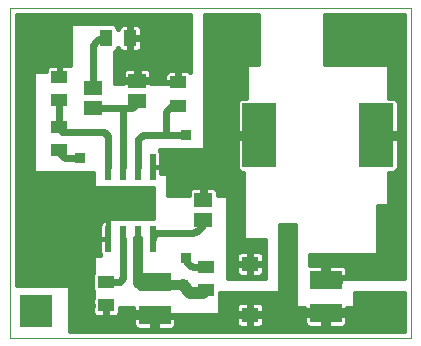
<source format=gtl>
G75*
%MOIN*%
%OFA0B0*%
%FSLAX25Y25*%
%IPPOS*%
%LPD*%
%AMOC8*
5,1,8,0,0,1.08239X$1,22.5*
%
%ADD10C,0.00000*%
%ADD11R,0.10630X0.06299*%
%ADD12R,0.05906X0.05118*%
%ADD13R,0.05787X0.05000*%
%ADD14R,0.11417X0.21260*%
%ADD15R,0.05512X0.04331*%
%ADD16R,0.04331X0.05512*%
%ADD17R,0.01969X0.08661*%
%ADD18C,0.02400*%
%ADD19R,0.03169X0.03169*%
%ADD20C,0.01600*%
%ADD21R,0.03562X0.03562*%
%ADD22R,0.10630X0.10630*%
%ADD23C,0.04000*%
%ADD24C,0.03200*%
D10*
X0004162Y0004162D02*
X0004162Y0114123D01*
X0137863Y0114123D01*
X0137863Y0004162D01*
X0004162Y0004162D01*
D11*
X0052391Y0011839D03*
X0052391Y0022863D03*
X0109359Y0023532D03*
X0109359Y0012509D03*
D12*
X0068611Y0043316D03*
X0068611Y0050009D03*
X0031662Y0080816D03*
X0031662Y0087509D03*
X0046524Y0089871D03*
X0046524Y0083178D03*
D13*
X0084162Y0028729D03*
X0084162Y0011800D03*
D14*
X0087174Y0071662D03*
X0126150Y0071662D03*
D15*
X0069438Y0027824D03*
X0069438Y0019950D03*
X0036170Y0022824D03*
X0036170Y0014950D03*
X0020619Y0066682D03*
X0020619Y0074556D03*
X0020619Y0083276D03*
X0020619Y0091150D03*
X0060206Y0089280D03*
X0060206Y0081406D03*
D16*
X0044143Y0104024D03*
X0036269Y0104024D03*
D17*
X0036702Y0061162D03*
X0041702Y0061162D03*
X0046702Y0061162D03*
X0051662Y0061162D03*
X0051662Y0037162D03*
X0046662Y0037162D03*
X0041662Y0037162D03*
X0036662Y0037162D03*
D18*
X0041662Y0037162D02*
X0041662Y0024162D01*
X0041663Y0024162D02*
X0041661Y0024090D01*
X0041655Y0024017D01*
X0041645Y0023945D01*
X0041632Y0023874D01*
X0041614Y0023804D01*
X0041593Y0023734D01*
X0041568Y0023666D01*
X0041539Y0023600D01*
X0041507Y0023535D01*
X0041471Y0023472D01*
X0041432Y0023411D01*
X0041390Y0023352D01*
X0041345Y0023295D01*
X0041296Y0023241D01*
X0041245Y0023190D01*
X0041191Y0023141D01*
X0041134Y0023096D01*
X0041075Y0023054D01*
X0041014Y0023015D01*
X0040951Y0022979D01*
X0040886Y0022947D01*
X0040820Y0022918D01*
X0040752Y0022893D01*
X0040682Y0022872D01*
X0040612Y0022854D01*
X0040541Y0022841D01*
X0040469Y0022831D01*
X0040396Y0022825D01*
X0040324Y0022823D01*
X0040324Y0022824D02*
X0036170Y0022824D01*
X0051662Y0037162D02*
X0051664Y0037249D01*
X0051670Y0037336D01*
X0051679Y0037423D01*
X0051692Y0037509D01*
X0051709Y0037595D01*
X0051730Y0037680D01*
X0051755Y0037763D01*
X0051783Y0037846D01*
X0051814Y0037927D01*
X0051849Y0038007D01*
X0051888Y0038085D01*
X0051930Y0038162D01*
X0051975Y0038237D01*
X0052024Y0038309D01*
X0052075Y0038380D01*
X0052130Y0038448D01*
X0052187Y0038513D01*
X0052248Y0038576D01*
X0052311Y0038637D01*
X0052376Y0038694D01*
X0052444Y0038749D01*
X0052515Y0038800D01*
X0052587Y0038849D01*
X0052662Y0038894D01*
X0052739Y0038936D01*
X0052817Y0038975D01*
X0052897Y0039010D01*
X0052978Y0039041D01*
X0053061Y0039069D01*
X0053144Y0039094D01*
X0053229Y0039115D01*
X0053315Y0039132D01*
X0053401Y0039145D01*
X0053488Y0039154D01*
X0053575Y0039160D01*
X0053662Y0039162D01*
X0064457Y0039162D01*
X0064585Y0039164D01*
X0064713Y0039170D01*
X0064840Y0039180D01*
X0064967Y0039193D01*
X0065094Y0039211D01*
X0065220Y0039233D01*
X0065346Y0039258D01*
X0065470Y0039287D01*
X0065594Y0039321D01*
X0065716Y0039357D01*
X0065838Y0039398D01*
X0065958Y0039443D01*
X0066076Y0039491D01*
X0066193Y0039542D01*
X0066309Y0039597D01*
X0066422Y0039656D01*
X0066534Y0039719D01*
X0066644Y0039784D01*
X0066752Y0039853D01*
X0066857Y0039926D01*
X0066960Y0040001D01*
X0067061Y0040080D01*
X0067160Y0040161D01*
X0067256Y0040246D01*
X0067349Y0040334D01*
X0067439Y0040424D01*
X0067527Y0040517D01*
X0067612Y0040613D01*
X0067693Y0040712D01*
X0067772Y0040813D01*
X0067847Y0040916D01*
X0067920Y0041021D01*
X0067989Y0041129D01*
X0068054Y0041239D01*
X0068117Y0041351D01*
X0068176Y0041464D01*
X0068231Y0041580D01*
X0068282Y0041697D01*
X0068330Y0041815D01*
X0068375Y0041935D01*
X0068416Y0042057D01*
X0068452Y0042179D01*
X0068486Y0042303D01*
X0068515Y0042427D01*
X0068540Y0042553D01*
X0068562Y0042679D01*
X0068580Y0042806D01*
X0068593Y0042933D01*
X0068603Y0043060D01*
X0068609Y0043188D01*
X0068611Y0043316D01*
X0068657Y0043318D01*
X0068702Y0043324D01*
X0068746Y0043333D01*
X0068790Y0043346D01*
X0068832Y0043362D01*
X0068873Y0043382D01*
X0068912Y0043406D01*
X0068949Y0043432D01*
X0068984Y0043462D01*
X0069016Y0043494D01*
X0069046Y0043529D01*
X0069072Y0043566D01*
X0069096Y0043605D01*
X0069116Y0043646D01*
X0069132Y0043688D01*
X0069145Y0043732D01*
X0069154Y0043776D01*
X0069160Y0043821D01*
X0069162Y0043867D01*
X0069162Y0044162D01*
X0062844Y0030619D02*
X0062846Y0030514D01*
X0062852Y0030410D01*
X0062862Y0030306D01*
X0062875Y0030202D01*
X0062893Y0030099D01*
X0062914Y0029997D01*
X0062939Y0029896D01*
X0062968Y0029795D01*
X0063001Y0029696D01*
X0063037Y0029598D01*
X0063077Y0029501D01*
X0063121Y0029406D01*
X0063168Y0029313D01*
X0063218Y0029221D01*
X0063272Y0029132D01*
X0063330Y0029045D01*
X0063390Y0028959D01*
X0063454Y0028876D01*
X0063520Y0028796D01*
X0063590Y0028718D01*
X0063663Y0028643D01*
X0063738Y0028570D01*
X0063816Y0028500D01*
X0063896Y0028434D01*
X0063979Y0028370D01*
X0064065Y0028310D01*
X0064152Y0028252D01*
X0064242Y0028198D01*
X0064333Y0028148D01*
X0064426Y0028101D01*
X0064521Y0028057D01*
X0064618Y0028017D01*
X0064716Y0027981D01*
X0064815Y0027948D01*
X0064916Y0027919D01*
X0065017Y0027894D01*
X0065119Y0027873D01*
X0065222Y0027855D01*
X0065326Y0027842D01*
X0065430Y0027832D01*
X0065534Y0027826D01*
X0065639Y0027824D01*
X0069438Y0027824D01*
X0069437Y0019950D02*
X0069435Y0019896D01*
X0069430Y0019843D01*
X0069421Y0019790D01*
X0069408Y0019738D01*
X0069392Y0019686D01*
X0069372Y0019636D01*
X0069349Y0019588D01*
X0069322Y0019541D01*
X0069293Y0019496D01*
X0069260Y0019453D01*
X0069225Y0019413D01*
X0069187Y0019375D01*
X0069147Y0019340D01*
X0069104Y0019307D01*
X0069059Y0019278D01*
X0069012Y0019251D01*
X0068964Y0019228D01*
X0068914Y0019208D01*
X0068862Y0019192D01*
X0068810Y0019179D01*
X0068757Y0019170D01*
X0068704Y0019165D01*
X0068650Y0019163D01*
X0046702Y0061162D02*
X0046702Y0069202D01*
X0046701Y0069202D02*
X0046703Y0069299D01*
X0046709Y0069395D01*
X0046718Y0069491D01*
X0046731Y0069587D01*
X0046748Y0069682D01*
X0046769Y0069777D01*
X0046793Y0069870D01*
X0046821Y0069962D01*
X0046853Y0070054D01*
X0046888Y0070144D01*
X0046927Y0070232D01*
X0046969Y0070319D01*
X0047015Y0070404D01*
X0047064Y0070488D01*
X0047116Y0070569D01*
X0047171Y0070649D01*
X0047229Y0070726D01*
X0047291Y0070800D01*
X0047355Y0070873D01*
X0047422Y0070942D01*
X0047491Y0071009D01*
X0047564Y0071073D01*
X0047638Y0071135D01*
X0047715Y0071193D01*
X0047795Y0071248D01*
X0047876Y0071300D01*
X0047960Y0071349D01*
X0048045Y0071395D01*
X0048132Y0071437D01*
X0048220Y0071476D01*
X0048310Y0071511D01*
X0048402Y0071543D01*
X0048494Y0071571D01*
X0048587Y0071595D01*
X0048682Y0071616D01*
X0048777Y0071633D01*
X0048873Y0071646D01*
X0048969Y0071655D01*
X0049065Y0071661D01*
X0049162Y0071663D01*
X0049162Y0071662D02*
X0056131Y0071662D01*
X0056131Y0078572D01*
X0056130Y0078572D02*
X0056132Y0078676D01*
X0056138Y0078779D01*
X0056147Y0078882D01*
X0056160Y0078985D01*
X0056177Y0079087D01*
X0056198Y0079188D01*
X0056222Y0079289D01*
X0056250Y0079389D01*
X0056282Y0079487D01*
X0056317Y0079585D01*
X0056356Y0079681D01*
X0056398Y0079775D01*
X0056444Y0079868D01*
X0056493Y0079959D01*
X0056545Y0080049D01*
X0056601Y0080136D01*
X0056659Y0080222D01*
X0056721Y0080305D01*
X0056786Y0080385D01*
X0056854Y0080464D01*
X0056924Y0080540D01*
X0056997Y0080613D01*
X0057073Y0080683D01*
X0057152Y0080751D01*
X0057232Y0080816D01*
X0057315Y0080878D01*
X0057401Y0080936D01*
X0057488Y0080992D01*
X0057578Y0081044D01*
X0057669Y0081093D01*
X0057762Y0081139D01*
X0057856Y0081181D01*
X0057952Y0081220D01*
X0058050Y0081255D01*
X0058148Y0081287D01*
X0058248Y0081315D01*
X0058349Y0081339D01*
X0058450Y0081360D01*
X0058552Y0081377D01*
X0058655Y0081390D01*
X0058758Y0081399D01*
X0058861Y0081405D01*
X0058965Y0081407D01*
X0056131Y0071662D02*
X0062843Y0071662D01*
X0044162Y0080816D02*
X0039162Y0080816D01*
X0031662Y0080816D01*
X0031662Y0087509D02*
X0031662Y0100599D01*
X0031662Y0100600D02*
X0031682Y0100723D01*
X0031706Y0100846D01*
X0031734Y0100968D01*
X0031765Y0101089D01*
X0031800Y0101209D01*
X0031839Y0101327D01*
X0031882Y0101445D01*
X0031928Y0101561D01*
X0031977Y0101676D01*
X0032030Y0101789D01*
X0032087Y0101901D01*
X0032147Y0102010D01*
X0032210Y0102118D01*
X0032277Y0102224D01*
X0032346Y0102328D01*
X0032419Y0102429D01*
X0032495Y0102528D01*
X0032575Y0102625D01*
X0032657Y0102719D01*
X0032742Y0102811D01*
X0032829Y0102900D01*
X0032920Y0102987D01*
X0033013Y0103070D01*
X0033108Y0103151D01*
X0033206Y0103229D01*
X0033306Y0103303D01*
X0033409Y0103375D01*
X0033514Y0103443D01*
X0033620Y0103508D01*
X0033729Y0103570D01*
X0033840Y0103628D01*
X0033952Y0103683D01*
X0034066Y0103734D01*
X0034182Y0103782D01*
X0034298Y0103826D01*
X0034417Y0103867D01*
X0034536Y0103904D01*
X0034657Y0103937D01*
X0034778Y0103967D01*
X0034900Y0103993D01*
X0035023Y0104015D01*
X0035147Y0104033D01*
X0035271Y0104048D01*
X0035396Y0104058D01*
X0035521Y0104065D01*
X0035646Y0104068D01*
X0035771Y0104067D01*
X0035896Y0104062D01*
X0036020Y0104054D01*
X0036145Y0104041D01*
X0036269Y0104025D01*
X0046524Y0083178D02*
X0046522Y0083083D01*
X0046516Y0082988D01*
X0046507Y0082893D01*
X0046493Y0082799D01*
X0046476Y0082706D01*
X0046455Y0082613D01*
X0046431Y0082521D01*
X0046402Y0082430D01*
X0046371Y0082340D01*
X0046335Y0082252D01*
X0046296Y0082165D01*
X0046253Y0082080D01*
X0046208Y0081997D01*
X0046158Y0081916D01*
X0046106Y0081836D01*
X0046050Y0081759D01*
X0045992Y0081684D01*
X0045930Y0081612D01*
X0045865Y0081542D01*
X0045798Y0081475D01*
X0045728Y0081410D01*
X0045656Y0081348D01*
X0045581Y0081290D01*
X0045504Y0081234D01*
X0045424Y0081182D01*
X0045343Y0081132D01*
X0045260Y0081087D01*
X0045175Y0081044D01*
X0045088Y0081005D01*
X0045000Y0080969D01*
X0044910Y0080938D01*
X0044819Y0080909D01*
X0044727Y0080885D01*
X0044634Y0080864D01*
X0044541Y0080847D01*
X0044447Y0080833D01*
X0044352Y0080824D01*
X0044257Y0080818D01*
X0044162Y0080816D01*
X0041662Y0080816D02*
X0041662Y0079162D01*
X0041662Y0061202D01*
X0041663Y0061202D02*
X0041664Y0061192D01*
X0041668Y0061183D01*
X0041674Y0061174D01*
X0041683Y0061168D01*
X0041692Y0061164D01*
X0041702Y0061163D01*
X0036702Y0061162D02*
X0036702Y0070835D01*
X0036700Y0070920D01*
X0036694Y0071004D01*
X0036684Y0071088D01*
X0036671Y0071171D01*
X0036653Y0071254D01*
X0036632Y0071336D01*
X0036607Y0071417D01*
X0036578Y0071496D01*
X0036546Y0071575D01*
X0036510Y0071651D01*
X0036471Y0071726D01*
X0036428Y0071799D01*
X0036382Y0071870D01*
X0036332Y0071938D01*
X0036280Y0072005D01*
X0036224Y0072069D01*
X0036166Y0072130D01*
X0036105Y0072188D01*
X0036041Y0072244D01*
X0035974Y0072296D01*
X0035906Y0072346D01*
X0035835Y0072392D01*
X0035762Y0072435D01*
X0035687Y0072474D01*
X0035611Y0072510D01*
X0035532Y0072542D01*
X0035453Y0072571D01*
X0035372Y0072596D01*
X0035290Y0072617D01*
X0035207Y0072635D01*
X0035124Y0072648D01*
X0035040Y0072658D01*
X0034956Y0072664D01*
X0034871Y0072666D01*
X0022509Y0072666D01*
X0022424Y0072668D01*
X0022340Y0072674D01*
X0022255Y0072683D01*
X0022172Y0072696D01*
X0022088Y0072713D01*
X0022006Y0072734D01*
X0021925Y0072759D01*
X0021845Y0072787D01*
X0021766Y0072818D01*
X0021689Y0072853D01*
X0021613Y0072892D01*
X0021540Y0072934D01*
X0021468Y0072979D01*
X0021398Y0073027D01*
X0021331Y0073078D01*
X0021265Y0073133D01*
X0021203Y0073190D01*
X0021143Y0073250D01*
X0021086Y0073312D01*
X0021031Y0073378D01*
X0020980Y0073445D01*
X0020932Y0073515D01*
X0020887Y0073587D01*
X0020845Y0073660D01*
X0020806Y0073736D01*
X0020771Y0073813D01*
X0020740Y0073892D01*
X0020712Y0073972D01*
X0020687Y0074053D01*
X0020666Y0074135D01*
X0020649Y0074219D01*
X0020636Y0074302D01*
X0020627Y0074387D01*
X0020621Y0074471D01*
X0020619Y0074556D01*
X0020619Y0083276D01*
X0020619Y0066682D02*
X0020615Y0066586D01*
X0020616Y0066490D01*
X0020620Y0066394D01*
X0020628Y0066298D01*
X0020640Y0066203D01*
X0020655Y0066108D01*
X0020675Y0066014D01*
X0020698Y0065920D01*
X0020725Y0065828D01*
X0020756Y0065737D01*
X0020790Y0065647D01*
X0020828Y0065559D01*
X0020869Y0065472D01*
X0020914Y0065387D01*
X0020962Y0065304D01*
X0021014Y0065223D01*
X0021069Y0065144D01*
X0021127Y0065068D01*
X0021188Y0064993D01*
X0021252Y0064922D01*
X0021318Y0064852D01*
X0021388Y0064786D01*
X0021460Y0064722D01*
X0021534Y0064662D01*
X0021611Y0064604D01*
X0021691Y0064550D01*
X0021772Y0064499D01*
X0021855Y0064451D01*
X0021941Y0064407D01*
X0022027Y0064366D01*
X0022116Y0064328D01*
X0022206Y0064294D01*
X0022297Y0064264D01*
X0022390Y0064238D01*
X0022483Y0064215D01*
X0022577Y0064196D01*
X0022672Y0064181D01*
X0022767Y0064169D01*
X0022863Y0064162D01*
X0027430Y0064162D01*
X0039162Y0080816D02*
X0041662Y0080816D01*
D19*
X0027430Y0064162D03*
X0062843Y0071662D03*
X0062843Y0030619D03*
D20*
X0054162Y0021879D02*
X0054160Y0021941D01*
X0054154Y0022002D01*
X0054145Y0022063D01*
X0054131Y0022124D01*
X0054114Y0022183D01*
X0054093Y0022241D01*
X0054068Y0022298D01*
X0054040Y0022353D01*
X0054009Y0022406D01*
X0053974Y0022457D01*
X0053936Y0022506D01*
X0053895Y0022553D01*
X0053852Y0022596D01*
X0053805Y0022637D01*
X0053756Y0022675D01*
X0053705Y0022710D01*
X0053652Y0022741D01*
X0053597Y0022769D01*
X0053540Y0022794D01*
X0053482Y0022815D01*
X0053423Y0022832D01*
X0053362Y0022846D01*
X0053301Y0022855D01*
X0053240Y0022861D01*
X0053178Y0022863D01*
X0061446Y0021879D02*
X0061474Y0021877D01*
X0061502Y0021872D01*
X0061529Y0021862D01*
X0061555Y0021850D01*
X0061578Y0021834D01*
X0061599Y0021815D01*
X0061618Y0021794D01*
X0061634Y0021771D01*
X0061646Y0021745D01*
X0061656Y0021718D01*
X0061661Y0021690D01*
X0061663Y0021662D01*
X0056662Y0012614D02*
X0053165Y0012614D01*
X0053165Y0011065D01*
X0059505Y0011065D01*
X0059505Y0008453D01*
X0059383Y0007995D01*
X0059146Y0007585D01*
X0058811Y0007249D01*
X0058400Y0007012D01*
X0057942Y0006890D01*
X0053165Y0006890D01*
X0053165Y0011064D01*
X0051616Y0011064D01*
X0051616Y0006890D01*
X0046839Y0006890D01*
X0046381Y0007012D01*
X0045970Y0007249D01*
X0045635Y0007585D01*
X0045398Y0007995D01*
X0045276Y0008453D01*
X0045276Y0011065D01*
X0051616Y0011065D01*
X0051616Y0012614D01*
X0045276Y0012614D01*
X0045276Y0014162D01*
X0040726Y0014162D01*
X0040726Y0012547D01*
X0040603Y0012089D01*
X0040366Y0011679D01*
X0040031Y0011344D01*
X0039621Y0011107D01*
X0039163Y0010984D01*
X0036453Y0010984D01*
X0036453Y0014162D01*
X0035887Y0014162D01*
X0035887Y0010984D01*
X0033177Y0010984D01*
X0032719Y0011107D01*
X0032309Y0011344D01*
X0031974Y0011679D01*
X0031737Y0012089D01*
X0031614Y0012547D01*
X0031614Y0014667D01*
X0031662Y0014667D01*
X0031662Y0015232D01*
X0031614Y0015232D01*
X0031614Y0017352D01*
X0031662Y0017531D01*
X0031662Y0019865D01*
X0031614Y0019913D01*
X0031614Y0025735D01*
X0031662Y0025783D01*
X0031662Y0031662D01*
X0034302Y0031662D01*
X0034238Y0031726D01*
X0034001Y0032137D01*
X0033878Y0032595D01*
X0033878Y0037162D01*
X0036662Y0037162D01*
X0036662Y0037162D01*
X0033878Y0037162D01*
X0033878Y0041730D01*
X0034001Y0042188D01*
X0034238Y0042598D01*
X0034573Y0042933D01*
X0034983Y0043170D01*
X0035441Y0043293D01*
X0036662Y0043293D01*
X0036662Y0037162D01*
X0036662Y0037162D01*
X0036662Y0044162D01*
X0051662Y0044162D01*
X0051662Y0054162D01*
X0031662Y0054162D01*
X0031662Y0059162D01*
X0011662Y0059162D01*
X0011662Y0093119D01*
X0016063Y0093119D01*
X0016063Y0093553D01*
X0016186Y0094011D01*
X0016423Y0094421D01*
X0016758Y0094756D01*
X0017168Y0094993D01*
X0017626Y0095116D01*
X0020336Y0095116D01*
X0020336Y0093119D01*
X0020902Y0093119D01*
X0020902Y0095116D01*
X0023612Y0095116D01*
X0024070Y0094993D01*
X0024162Y0094940D01*
X0024162Y0109162D01*
X0039162Y0109162D01*
X0039162Y0108580D01*
X0039179Y0108580D01*
X0040234Y0107526D01*
X0040234Y0107229D01*
X0040300Y0107475D01*
X0040537Y0107886D01*
X0040872Y0108221D01*
X0041282Y0108458D01*
X0041740Y0108580D01*
X0043860Y0108580D01*
X0043860Y0104307D01*
X0044425Y0104307D01*
X0044425Y0108580D01*
X0046545Y0108580D01*
X0047003Y0108458D01*
X0047413Y0108221D01*
X0047748Y0107886D01*
X0047985Y0107475D01*
X0048108Y0107017D01*
X0048108Y0104307D01*
X0044425Y0104307D01*
X0044425Y0103742D01*
X0048108Y0103742D01*
X0048108Y0101032D01*
X0047985Y0100574D01*
X0047748Y0100163D01*
X0047413Y0099828D01*
X0047003Y0099591D01*
X0046545Y0099469D01*
X0044425Y0099469D01*
X0044425Y0103742D01*
X0043860Y0103742D01*
X0043860Y0099468D01*
X0041740Y0099469D01*
X0041282Y0099591D01*
X0040872Y0099828D01*
X0040537Y0100163D01*
X0040300Y0100574D01*
X0040234Y0100820D01*
X0040234Y0100523D01*
X0039179Y0099469D01*
X0039162Y0099469D01*
X0039162Y0089162D01*
X0041772Y0089162D01*
X0041772Y0089391D01*
X0046045Y0089391D01*
X0046045Y0090350D01*
X0041772Y0090350D01*
X0041772Y0092667D01*
X0041894Y0093125D01*
X0042131Y0093535D01*
X0042466Y0093870D01*
X0042877Y0094107D01*
X0043335Y0094230D01*
X0046045Y0094230D01*
X0046045Y0090350D01*
X0047004Y0090350D01*
X0051277Y0090350D01*
X0051277Y0092667D01*
X0051154Y0093125D01*
X0050918Y0093535D01*
X0050582Y0093870D01*
X0050172Y0094107D01*
X0049714Y0094230D01*
X0047004Y0094230D01*
X0047004Y0090350D01*
X0047004Y0089391D01*
X0051277Y0089391D01*
X0051277Y0089162D01*
X0059923Y0089162D01*
X0059923Y0089563D01*
X0059923Y0093246D01*
X0057213Y0093246D01*
X0056755Y0093123D01*
X0056344Y0092886D01*
X0056009Y0092551D01*
X0055772Y0092140D01*
X0055650Y0091683D01*
X0055650Y0089563D01*
X0059923Y0089563D01*
X0060488Y0089563D01*
X0060488Y0093246D01*
X0063198Y0093246D01*
X0063656Y0093123D01*
X0064067Y0092886D01*
X0064162Y0092790D01*
X0064162Y0111748D01*
X0006537Y0111748D01*
X0006537Y0021662D01*
X0024162Y0021662D01*
X0024162Y0006537D01*
X0135488Y0006537D01*
X0135488Y0019162D01*
X0119162Y0019162D01*
X0119162Y0014162D01*
X0116474Y0014162D01*
X0116474Y0013283D01*
X0110134Y0013283D01*
X0110134Y0011734D01*
X0116474Y0011734D01*
X0116474Y0009122D01*
X0116351Y0008664D01*
X0116114Y0008254D01*
X0115779Y0007919D01*
X0115369Y0007682D01*
X0114911Y0007559D01*
X0110134Y0007559D01*
X0110134Y0011734D01*
X0108584Y0011734D01*
X0102244Y0011734D01*
X0102244Y0009122D01*
X0102367Y0008664D01*
X0102604Y0008254D01*
X0102939Y0007919D01*
X0103349Y0007682D01*
X0103807Y0007559D01*
X0108584Y0007559D01*
X0108584Y0011734D01*
X0108584Y0013283D01*
X0102244Y0013283D01*
X0102244Y0014162D01*
X0099162Y0014162D01*
X0099162Y0041662D01*
X0094162Y0041662D01*
X0094162Y0019162D01*
X0074162Y0019162D01*
X0074162Y0011662D01*
X0056662Y0011662D01*
X0056662Y0012614D01*
X0056662Y0012155D02*
X0053165Y0012155D01*
X0051616Y0012155D02*
X0040621Y0012155D01*
X0040726Y0013753D02*
X0045276Y0013753D01*
X0045276Y0010556D02*
X0024162Y0010556D01*
X0024162Y0008958D02*
X0045276Y0008958D01*
X0045861Y0007359D02*
X0024162Y0007359D01*
X0024162Y0012155D02*
X0031719Y0012155D01*
X0031614Y0013753D02*
X0024162Y0013753D01*
X0024162Y0015352D02*
X0031614Y0015352D01*
X0031614Y0016950D02*
X0024162Y0016950D01*
X0024162Y0018549D02*
X0031662Y0018549D01*
X0031614Y0020147D02*
X0024162Y0020147D01*
X0031614Y0021746D02*
X0006537Y0021746D01*
X0006537Y0023344D02*
X0031614Y0023344D01*
X0031614Y0024943D02*
X0006537Y0024943D01*
X0006537Y0026541D02*
X0031662Y0026541D01*
X0031662Y0028140D02*
X0006537Y0028140D01*
X0006537Y0029738D02*
X0031662Y0029738D01*
X0031662Y0031337D02*
X0006537Y0031337D01*
X0006537Y0032935D02*
X0033878Y0032935D01*
X0033878Y0034534D02*
X0006537Y0034534D01*
X0006537Y0036132D02*
X0033878Y0036132D01*
X0033878Y0037731D02*
X0006537Y0037731D01*
X0006537Y0039329D02*
X0033878Y0039329D01*
X0033878Y0040928D02*
X0006537Y0040928D01*
X0006537Y0042526D02*
X0034196Y0042526D01*
X0036662Y0042526D02*
X0036662Y0042526D01*
X0036662Y0044125D02*
X0006537Y0044125D01*
X0006537Y0045723D02*
X0051662Y0045723D01*
X0051662Y0047322D02*
X0006537Y0047322D01*
X0006537Y0048921D02*
X0051662Y0048921D01*
X0051662Y0050519D02*
X0006537Y0050519D01*
X0006537Y0052118D02*
X0051662Y0052118D01*
X0051662Y0053716D02*
X0006537Y0053716D01*
X0006537Y0055315D02*
X0031662Y0055315D01*
X0031662Y0056913D02*
X0006537Y0056913D01*
X0006537Y0058512D02*
X0031662Y0058512D01*
X0011662Y0060110D02*
X0006537Y0060110D01*
X0006537Y0061709D02*
X0011662Y0061709D01*
X0011662Y0063307D02*
X0006537Y0063307D01*
X0006537Y0064906D02*
X0011662Y0064906D01*
X0011662Y0066504D02*
X0006537Y0066504D01*
X0006537Y0068103D02*
X0011662Y0068103D01*
X0011662Y0069701D02*
X0006537Y0069701D01*
X0006537Y0071300D02*
X0011662Y0071300D01*
X0011662Y0072898D02*
X0006537Y0072898D01*
X0006537Y0074497D02*
X0011662Y0074497D01*
X0011662Y0076095D02*
X0006537Y0076095D01*
X0006537Y0077694D02*
X0011662Y0077694D01*
X0011662Y0079292D02*
X0006537Y0079292D01*
X0006537Y0080891D02*
X0011662Y0080891D01*
X0011662Y0082489D02*
X0006537Y0082489D01*
X0006537Y0084088D02*
X0011662Y0084088D01*
X0011662Y0085686D02*
X0006537Y0085686D01*
X0006537Y0087285D02*
X0011662Y0087285D01*
X0011662Y0088883D02*
X0006537Y0088883D01*
X0006537Y0090482D02*
X0011662Y0090482D01*
X0011662Y0092080D02*
X0006537Y0092080D01*
X0006537Y0093679D02*
X0016097Y0093679D01*
X0020336Y0093679D02*
X0020902Y0093679D01*
X0024162Y0095277D02*
X0006537Y0095277D01*
X0006537Y0096876D02*
X0024162Y0096876D01*
X0024162Y0098474D02*
X0006537Y0098474D01*
X0006537Y0100073D02*
X0024162Y0100073D01*
X0024162Y0101671D02*
X0006537Y0101671D01*
X0006537Y0103270D02*
X0024162Y0103270D01*
X0024162Y0104868D02*
X0006537Y0104868D01*
X0006537Y0106467D02*
X0024162Y0106467D01*
X0024162Y0108065D02*
X0006537Y0108065D01*
X0006537Y0109664D02*
X0064162Y0109664D01*
X0064162Y0111262D02*
X0006537Y0111262D01*
X0039694Y0108065D02*
X0040717Y0108065D01*
X0043860Y0108065D02*
X0044425Y0108065D01*
X0044425Y0106467D02*
X0043860Y0106467D01*
X0043860Y0104868D02*
X0044425Y0104868D01*
X0044425Y0103270D02*
X0043860Y0103270D01*
X0043860Y0101671D02*
X0044425Y0101671D01*
X0044425Y0100073D02*
X0043860Y0100073D01*
X0040627Y0100073D02*
X0039784Y0100073D01*
X0039162Y0098474D02*
X0064162Y0098474D01*
X0064162Y0096876D02*
X0039162Y0096876D01*
X0039162Y0095277D02*
X0064162Y0095277D01*
X0064162Y0093679D02*
X0050774Y0093679D01*
X0051277Y0092080D02*
X0055756Y0092080D01*
X0055650Y0090482D02*
X0051277Y0090482D01*
X0047004Y0090482D02*
X0046045Y0090482D01*
X0046045Y0092080D02*
X0047004Y0092080D01*
X0047004Y0093679D02*
X0046045Y0093679D01*
X0042275Y0093679D02*
X0039162Y0093679D01*
X0039162Y0092080D02*
X0041772Y0092080D01*
X0041772Y0090482D02*
X0039162Y0090482D01*
X0047658Y0100073D02*
X0064162Y0100073D01*
X0064162Y0101671D02*
X0048108Y0101671D01*
X0048108Y0103270D02*
X0064162Y0103270D01*
X0064162Y0104868D02*
X0048108Y0104868D01*
X0048108Y0106467D02*
X0064162Y0106467D01*
X0064162Y0108065D02*
X0047568Y0108065D01*
X0059923Y0092080D02*
X0060488Y0092080D01*
X0060488Y0090482D02*
X0059923Y0090482D01*
X0069162Y0090482D02*
X0082974Y0090482D01*
X0082974Y0088883D02*
X0069162Y0088883D01*
X0069162Y0087285D02*
X0082974Y0087285D01*
X0082974Y0085686D02*
X0069162Y0085686D01*
X0069162Y0084088D02*
X0081212Y0084088D01*
X0081228Y0084092D02*
X0080771Y0083969D01*
X0080360Y0083732D01*
X0080025Y0083397D01*
X0079788Y0082987D01*
X0079665Y0082529D01*
X0079665Y0072462D01*
X0086374Y0072462D01*
X0086374Y0070862D01*
X0079665Y0070862D01*
X0079665Y0060795D01*
X0079788Y0060337D01*
X0080025Y0059927D01*
X0080360Y0059592D01*
X0080771Y0059355D01*
X0081228Y0059232D01*
X0081662Y0059232D01*
X0081662Y0036662D01*
X0089162Y0036662D01*
X0089162Y0024162D01*
X0076662Y0024162D01*
X0076662Y0051662D01*
X0073364Y0051662D01*
X0073364Y0052805D01*
X0073241Y0053262D01*
X0073004Y0053673D01*
X0072669Y0054008D01*
X0072259Y0054245D01*
X0071801Y0054368D01*
X0069091Y0054368D01*
X0069091Y0051662D01*
X0068131Y0051662D01*
X0068131Y0054368D01*
X0065421Y0054368D01*
X0064963Y0054245D01*
X0064553Y0054008D01*
X0064218Y0053673D01*
X0063981Y0053262D01*
X0063858Y0052805D01*
X0063858Y0051662D01*
X0056662Y0051662D01*
X0056662Y0059162D01*
X0054446Y0059162D01*
X0054446Y0061162D01*
X0051662Y0061162D01*
X0051662Y0061162D01*
X0054446Y0061162D01*
X0054446Y0065730D01*
X0054324Y0066188D01*
X0054087Y0066598D01*
X0054023Y0066662D01*
X0069162Y0066662D01*
X0069162Y0111748D01*
X0086662Y0111748D01*
X0086662Y0095350D01*
X0083589Y0095350D01*
X0082974Y0094735D01*
X0082974Y0084092D01*
X0081228Y0084092D01*
X0079665Y0082489D02*
X0069162Y0082489D01*
X0069162Y0080891D02*
X0079665Y0080891D01*
X0079665Y0079292D02*
X0069162Y0079292D01*
X0069162Y0077694D02*
X0079665Y0077694D01*
X0079665Y0076095D02*
X0069162Y0076095D01*
X0069162Y0074497D02*
X0079665Y0074497D01*
X0079665Y0072898D02*
X0069162Y0072898D01*
X0069162Y0071300D02*
X0086374Y0071300D01*
X0079665Y0069701D02*
X0069162Y0069701D01*
X0069162Y0068103D02*
X0079665Y0068103D01*
X0079665Y0066504D02*
X0054141Y0066504D01*
X0054446Y0064906D02*
X0079665Y0064906D01*
X0079665Y0063307D02*
X0054446Y0063307D01*
X0054446Y0061709D02*
X0079665Y0061709D01*
X0079919Y0060110D02*
X0054446Y0060110D01*
X0056662Y0058512D02*
X0081662Y0058512D01*
X0081662Y0056913D02*
X0056662Y0056913D01*
X0056662Y0055315D02*
X0081662Y0055315D01*
X0081662Y0053716D02*
X0072961Y0053716D01*
X0073364Y0052118D02*
X0081662Y0052118D01*
X0081662Y0050519D02*
X0076662Y0050519D01*
X0076662Y0048921D02*
X0081662Y0048921D01*
X0081662Y0047322D02*
X0076662Y0047322D01*
X0076662Y0045723D02*
X0081662Y0045723D01*
X0081662Y0044125D02*
X0076662Y0044125D01*
X0076662Y0042526D02*
X0081662Y0042526D01*
X0081662Y0040928D02*
X0076662Y0040928D01*
X0076662Y0039329D02*
X0081662Y0039329D01*
X0081662Y0037731D02*
X0076662Y0037731D01*
X0076662Y0036132D02*
X0089162Y0036132D01*
X0089162Y0034534D02*
X0076662Y0034534D01*
X0076662Y0032935D02*
X0080682Y0032935D01*
X0080574Y0032906D02*
X0080163Y0032669D01*
X0079828Y0032334D01*
X0079591Y0031924D01*
X0079469Y0031466D01*
X0079469Y0029179D01*
X0083712Y0029179D01*
X0083712Y0028279D01*
X0079469Y0028279D01*
X0079469Y0025992D01*
X0079591Y0025534D01*
X0079828Y0025124D01*
X0080163Y0024789D01*
X0080574Y0024552D01*
X0081032Y0024429D01*
X0083712Y0024429D01*
X0083712Y0028279D01*
X0084612Y0028279D01*
X0084612Y0024429D01*
X0087293Y0024429D01*
X0087751Y0024552D01*
X0088161Y0024789D01*
X0088496Y0025124D01*
X0088733Y0025534D01*
X0088856Y0025992D01*
X0088856Y0028279D01*
X0084612Y0028279D01*
X0084612Y0029179D01*
X0083712Y0029179D01*
X0083712Y0033029D01*
X0081032Y0033029D01*
X0080574Y0032906D01*
X0079469Y0031337D02*
X0076662Y0031337D01*
X0076662Y0029738D02*
X0079469Y0029738D01*
X0079469Y0028140D02*
X0076662Y0028140D01*
X0076662Y0026541D02*
X0079469Y0026541D01*
X0080009Y0024943D02*
X0076662Y0024943D01*
X0074162Y0018549D02*
X0099162Y0018549D01*
X0099162Y0020147D02*
X0094162Y0020147D01*
X0094162Y0021746D02*
X0099162Y0021746D01*
X0099162Y0023344D02*
X0094162Y0023344D01*
X0094162Y0024943D02*
X0099162Y0024943D01*
X0099162Y0026541D02*
X0094162Y0026541D01*
X0094162Y0028140D02*
X0099162Y0028140D01*
X0099162Y0029738D02*
X0094162Y0029738D01*
X0094162Y0031337D02*
X0099162Y0031337D01*
X0099162Y0032935D02*
X0094162Y0032935D01*
X0094162Y0034534D02*
X0099162Y0034534D01*
X0099162Y0036132D02*
X0094162Y0036132D01*
X0094162Y0037731D02*
X0099162Y0037731D01*
X0099162Y0039329D02*
X0094162Y0039329D01*
X0094162Y0040928D02*
X0099162Y0040928D01*
X0104162Y0031662D02*
X0126662Y0031662D01*
X0126662Y0047974D01*
X0129735Y0047974D01*
X0130350Y0048589D01*
X0130350Y0059232D01*
X0132096Y0059232D01*
X0132554Y0059355D01*
X0132964Y0059592D01*
X0133299Y0059927D01*
X0133536Y0060337D01*
X0133659Y0060795D01*
X0133659Y0070862D01*
X0126950Y0070862D01*
X0126950Y0072462D01*
X0133659Y0072462D01*
X0133659Y0082529D01*
X0133536Y0082987D01*
X0133299Y0083397D01*
X0132964Y0083732D01*
X0132554Y0083969D01*
X0132096Y0084092D01*
X0130350Y0084092D01*
X0130350Y0094735D01*
X0129735Y0095350D01*
X0128865Y0095350D01*
X0109162Y0095350D01*
X0109162Y0111748D01*
X0135488Y0111748D01*
X0135488Y0024162D01*
X0114162Y0024162D01*
X0114162Y0022757D01*
X0110134Y0022757D01*
X0110134Y0024307D01*
X0116474Y0024307D01*
X0116474Y0026919D01*
X0116351Y0027377D01*
X0116114Y0027787D01*
X0115779Y0028122D01*
X0115369Y0028359D01*
X0114911Y0028482D01*
X0110134Y0028482D01*
X0110134Y0024307D01*
X0108584Y0024307D01*
X0108584Y0028482D01*
X0104162Y0028482D01*
X0104162Y0031662D01*
X0104162Y0031337D02*
X0135488Y0031337D01*
X0135488Y0029738D02*
X0104162Y0029738D01*
X0108584Y0028140D02*
X0110134Y0028140D01*
X0110134Y0026541D02*
X0108584Y0026541D01*
X0108584Y0024943D02*
X0110134Y0024943D01*
X0110134Y0023344D02*
X0114162Y0023344D01*
X0116474Y0024943D02*
X0135488Y0024943D01*
X0135488Y0026541D02*
X0116474Y0026541D01*
X0115749Y0028140D02*
X0135488Y0028140D01*
X0135488Y0032935D02*
X0126662Y0032935D01*
X0126662Y0034534D02*
X0135488Y0034534D01*
X0135488Y0036132D02*
X0126662Y0036132D01*
X0126662Y0037731D02*
X0135488Y0037731D01*
X0135488Y0039329D02*
X0126662Y0039329D01*
X0126662Y0040928D02*
X0135488Y0040928D01*
X0135488Y0042526D02*
X0126662Y0042526D01*
X0126662Y0044125D02*
X0135488Y0044125D01*
X0135488Y0045723D02*
X0126662Y0045723D01*
X0126662Y0047322D02*
X0135488Y0047322D01*
X0135488Y0048921D02*
X0130350Y0048921D01*
X0130350Y0050519D02*
X0135488Y0050519D01*
X0135488Y0052118D02*
X0130350Y0052118D01*
X0130350Y0053716D02*
X0135488Y0053716D01*
X0135488Y0055315D02*
X0130350Y0055315D01*
X0130350Y0056913D02*
X0135488Y0056913D01*
X0135488Y0058512D02*
X0130350Y0058512D01*
X0133405Y0060110D02*
X0135488Y0060110D01*
X0135488Y0061709D02*
X0133659Y0061709D01*
X0133659Y0063307D02*
X0135488Y0063307D01*
X0135488Y0064906D02*
X0133659Y0064906D01*
X0133659Y0066504D02*
X0135488Y0066504D01*
X0135488Y0068103D02*
X0133659Y0068103D01*
X0133659Y0069701D02*
X0135488Y0069701D01*
X0135488Y0071300D02*
X0126950Y0071300D01*
X0133659Y0072898D02*
X0135488Y0072898D01*
X0135488Y0074497D02*
X0133659Y0074497D01*
X0133659Y0076095D02*
X0135488Y0076095D01*
X0135488Y0077694D02*
X0133659Y0077694D01*
X0133659Y0079292D02*
X0135488Y0079292D01*
X0135488Y0080891D02*
X0133659Y0080891D01*
X0133659Y0082489D02*
X0135488Y0082489D01*
X0135488Y0084088D02*
X0132112Y0084088D01*
X0130350Y0085686D02*
X0135488Y0085686D01*
X0135488Y0087285D02*
X0130350Y0087285D01*
X0130350Y0088883D02*
X0135488Y0088883D01*
X0135488Y0090482D02*
X0130350Y0090482D01*
X0130350Y0092080D02*
X0135488Y0092080D01*
X0135488Y0093679D02*
X0130350Y0093679D01*
X0129808Y0095277D02*
X0135488Y0095277D01*
X0135488Y0096876D02*
X0109162Y0096876D01*
X0109162Y0098474D02*
X0135488Y0098474D01*
X0135488Y0100073D02*
X0109162Y0100073D01*
X0109162Y0101671D02*
X0135488Y0101671D01*
X0135488Y0103270D02*
X0109162Y0103270D01*
X0109162Y0104868D02*
X0135488Y0104868D01*
X0135488Y0106467D02*
X0109162Y0106467D01*
X0109162Y0108065D02*
X0135488Y0108065D01*
X0135488Y0109664D02*
X0109162Y0109664D01*
X0109162Y0111262D02*
X0135488Y0111262D01*
X0129162Y0109162D02*
X0129162Y0106662D01*
X0129162Y0104162D01*
X0086662Y0104868D02*
X0069162Y0104868D01*
X0069162Y0103270D02*
X0086662Y0103270D01*
X0086662Y0101671D02*
X0069162Y0101671D01*
X0069162Y0100073D02*
X0086662Y0100073D01*
X0086662Y0098474D02*
X0069162Y0098474D01*
X0069162Y0096876D02*
X0086662Y0096876D01*
X0083517Y0095277D02*
X0069162Y0095277D01*
X0069162Y0093679D02*
X0082974Y0093679D01*
X0082974Y0092080D02*
X0069162Y0092080D01*
X0060206Y0081406D02*
X0058965Y0081406D01*
X0042174Y0078650D02*
X0042132Y0078652D01*
X0042090Y0078657D01*
X0042048Y0078666D01*
X0042008Y0078678D01*
X0041968Y0078693D01*
X0041930Y0078712D01*
X0041894Y0078733D01*
X0041860Y0078758D01*
X0041827Y0078785D01*
X0041797Y0078815D01*
X0041770Y0078848D01*
X0041745Y0078882D01*
X0041724Y0078918D01*
X0041705Y0078956D01*
X0041690Y0078996D01*
X0041678Y0079036D01*
X0041669Y0079078D01*
X0041664Y0079120D01*
X0041662Y0079162D01*
X0056662Y0053716D02*
X0064261Y0053716D01*
X0063858Y0052118D02*
X0056662Y0052118D01*
X0068131Y0052118D02*
X0069091Y0052118D01*
X0069091Y0053716D02*
X0068131Y0053716D01*
X0046682Y0037143D02*
X0046680Y0037151D01*
X0046676Y0037157D01*
X0046670Y0037161D01*
X0046662Y0037163D01*
X0036662Y0037731D02*
X0036662Y0037731D01*
X0036662Y0039329D02*
X0036662Y0039329D01*
X0036662Y0040928D02*
X0036662Y0040928D01*
X0036453Y0013753D02*
X0035887Y0013753D01*
X0035887Y0012155D02*
X0036453Y0012155D01*
X0051616Y0010556D02*
X0053165Y0010556D01*
X0053165Y0008958D02*
X0051616Y0008958D01*
X0051616Y0007359D02*
X0053165Y0007359D01*
X0058921Y0007359D02*
X0135488Y0007359D01*
X0135488Y0008958D02*
X0116430Y0008958D01*
X0116474Y0010556D02*
X0135488Y0010556D01*
X0135488Y0012155D02*
X0110134Y0012155D01*
X0108584Y0012155D02*
X0084612Y0012155D01*
X0084612Y0012250D02*
X0088856Y0012250D01*
X0088856Y0014537D01*
X0088733Y0014995D01*
X0088496Y0015405D01*
X0088161Y0015740D01*
X0087751Y0015977D01*
X0087293Y0016100D01*
X0084612Y0016100D01*
X0084612Y0012250D01*
X0083712Y0012250D01*
X0083712Y0011350D01*
X0079469Y0011350D01*
X0079469Y0009063D01*
X0079591Y0008605D01*
X0079828Y0008195D01*
X0080163Y0007860D01*
X0080574Y0007623D01*
X0081032Y0007500D01*
X0083712Y0007500D01*
X0083712Y0011350D01*
X0084612Y0011350D01*
X0084612Y0007500D01*
X0087293Y0007500D01*
X0087751Y0007623D01*
X0088161Y0007860D01*
X0088496Y0008195D01*
X0088733Y0008605D01*
X0088856Y0009063D01*
X0088856Y0011350D01*
X0084612Y0011350D01*
X0084612Y0012250D01*
X0083712Y0012250D02*
X0083712Y0016100D01*
X0081032Y0016100D01*
X0080574Y0015977D01*
X0080163Y0015740D01*
X0079828Y0015405D01*
X0079591Y0014995D01*
X0079469Y0014537D01*
X0079469Y0012250D01*
X0083712Y0012250D01*
X0083712Y0012155D02*
X0074162Y0012155D01*
X0074162Y0013753D02*
X0079469Y0013753D01*
X0079797Y0015352D02*
X0074162Y0015352D01*
X0074162Y0016950D02*
X0099162Y0016950D01*
X0099162Y0015352D02*
X0088527Y0015352D01*
X0088856Y0013753D02*
X0102244Y0013753D01*
X0102244Y0010556D02*
X0088856Y0010556D01*
X0088828Y0008958D02*
X0102288Y0008958D01*
X0108584Y0008958D02*
X0110134Y0008958D01*
X0110134Y0010556D02*
X0108584Y0010556D01*
X0116474Y0013753D02*
X0135488Y0013753D01*
X0135488Y0015352D02*
X0119162Y0015352D01*
X0119162Y0016950D02*
X0135488Y0016950D01*
X0135488Y0018549D02*
X0119162Y0018549D01*
X0089162Y0024943D02*
X0088315Y0024943D01*
X0088856Y0026541D02*
X0089162Y0026541D01*
X0089162Y0028140D02*
X0088856Y0028140D01*
X0088856Y0029179D02*
X0088856Y0031466D01*
X0088733Y0031924D01*
X0088496Y0032334D01*
X0088161Y0032669D01*
X0087751Y0032906D01*
X0087293Y0033029D01*
X0084612Y0033029D01*
X0084612Y0029179D01*
X0088856Y0029179D01*
X0088856Y0029738D02*
X0089162Y0029738D01*
X0089162Y0031337D02*
X0088856Y0031337D01*
X0089162Y0032935D02*
X0087643Y0032935D01*
X0084612Y0032935D02*
X0083712Y0032935D01*
X0083712Y0031337D02*
X0084612Y0031337D01*
X0084612Y0029738D02*
X0083712Y0029738D01*
X0083712Y0028140D02*
X0084612Y0028140D01*
X0084612Y0026541D02*
X0083712Y0026541D01*
X0083712Y0024943D02*
X0084612Y0024943D01*
X0084612Y0015352D02*
X0083712Y0015352D01*
X0083712Y0013753D02*
X0084612Y0013753D01*
X0084612Y0010556D02*
X0083712Y0010556D01*
X0083712Y0008958D02*
X0084612Y0008958D01*
X0079497Y0008958D02*
X0059505Y0008958D01*
X0059505Y0010556D02*
X0079469Y0010556D01*
X0086662Y0106467D02*
X0069162Y0106467D01*
X0069162Y0108065D02*
X0086662Y0108065D01*
X0086662Y0109664D02*
X0069162Y0109664D01*
X0069162Y0111262D02*
X0086662Y0111262D01*
D21*
X0026662Y0056662D03*
X0021662Y0056662D03*
X0021662Y0051662D03*
X0026662Y0051662D03*
X0031662Y0051662D03*
X0031662Y0046662D03*
X0026662Y0046662D03*
X0021662Y0046662D03*
X0021662Y0041662D03*
X0026662Y0041662D03*
X0026662Y0036662D03*
X0021662Y0036662D03*
X0021662Y0031662D03*
X0026662Y0031662D03*
X0016662Y0031662D03*
X0011662Y0031662D03*
X0011662Y0036662D03*
X0016662Y0036662D03*
X0016662Y0041662D03*
X0011662Y0041662D03*
X0011662Y0046662D03*
X0016662Y0046662D03*
X0016662Y0051662D03*
X0011662Y0051662D03*
X0011662Y0056662D03*
X0016662Y0056662D03*
X0036662Y0051662D03*
X0041662Y0051662D03*
X0041662Y0046662D03*
X0036662Y0046662D03*
X0046662Y0046662D03*
X0046662Y0051662D03*
X0061662Y0021662D03*
D22*
X0012981Y0012981D03*
X0012430Y0105737D03*
X0129162Y0106662D03*
X0129162Y0011662D03*
D23*
X0068650Y0019162D02*
X0064162Y0019162D01*
X0061662Y0021662D01*
D24*
X0061446Y0021879D02*
X0054162Y0021879D01*
X0047863Y0021879D01*
X0047797Y0021881D01*
X0047731Y0021886D01*
X0047665Y0021896D01*
X0047600Y0021909D01*
X0047536Y0021925D01*
X0047473Y0021945D01*
X0047411Y0021969D01*
X0047351Y0021996D01*
X0047292Y0022026D01*
X0047235Y0022060D01*
X0047180Y0022097D01*
X0047127Y0022137D01*
X0047076Y0022179D01*
X0047028Y0022225D01*
X0046982Y0022273D01*
X0046940Y0022324D01*
X0046900Y0022377D01*
X0046863Y0022432D01*
X0046829Y0022489D01*
X0046799Y0022548D01*
X0046772Y0022608D01*
X0046748Y0022670D01*
X0046728Y0022733D01*
X0046712Y0022797D01*
X0046699Y0022862D01*
X0046689Y0022928D01*
X0046684Y0022994D01*
X0046682Y0023060D01*
X0046682Y0037143D01*
X0052391Y0022863D02*
X0053178Y0022863D01*
M02*

</source>
